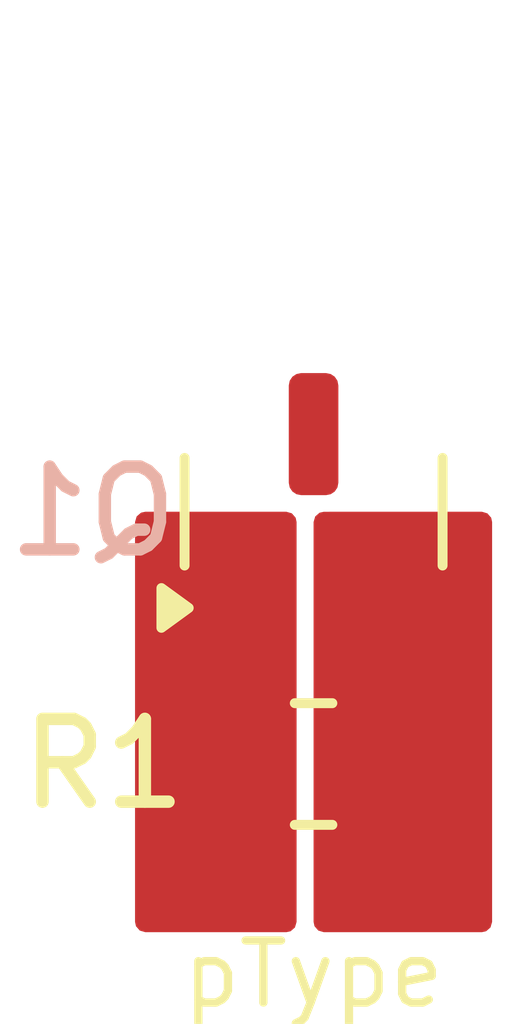
<source format=kicad_pcb>
(kicad_pcb (version 20240108) (generator "pcbnew") (generator_version "8.0")
  (layers (0 "F.Cu" signal) (31 "B.Cu" signal) (34 "B.Paste" user) (35 "F.Paste" user) (36 "B.SilkS" user "B.Silkscreen") (37 "F.SilkS" user "F.Silkscreen") (38 "B.Mask" user) (39 "F.Mask" user) (44 "Edge.Cuts" user))
  (net 0 "")
  (net 1 "/Output")
  (net 2 "/Input")
  (net 3 "VDC")
  (footprint "Package_TO_SOT_SMD:SOT-23" (layer "F.Cu") (at 20.701 19.685 90)
    (property "Reference" "Q1" (at 0 -2.667 0) (layer "B.SilkS") (effects (justify mirror)))
    (property "Value" "BC807")
    (fp_line (start 0 -1.56) (end 0.65 -1.56) (stroke (width 0.12)) (layer "F.SilkS"))
    (fp_line (start 0 -1.56) (end -0.65 -1.56) (stroke (width 0.12)) (layer "F.SilkS"))
    (fp_line (start 0 1.56) (end 0.65 1.56) (stroke (width 0.12)) (layer "F.SilkS"))
    (fp_line (start 0 1.56) (end -0.65 1.56) (stroke (width 0.12)) (layer "F.SilkS"))
    (fp_poly (pts (xy -1.1625 -1.51) (xy -1.4025 -1.84) (xy -0.9225 -1.84) (xy -1.1625 -1.51)) (stroke (width 0.12)) (fill solid) (layer "F.SilkS"))
    (pad "1" smd roundrect (at -0.9375 -0.95 90) (size 1.475 0.6) (layers "F.Cu" "F.Paste" "F.Mask") (net 2 "/Input"))
    (pad "2" smd roundrect (at -0.9375 0.95 90) (size 1.475 0.6) (layers "F.Cu" "F.Paste" "F.Mask") (net 3 "VDC"))
    (pad "3" smd roundrect (at 0.9375 0 90) (size 1.475 0.6) (layers "F.Cu" "F.Paste" "F.Mask") (net 1 "/Output"))
  )
  (footprint "Resistor_SMD:R_0805_2012Metric" (layer "F.Cu") (at 20.701 22.733 180)
    (property "Reference" "R1" (at 2.54 0 0) (layer "F.SilkS"))
    (property "Value" "10k")
    (fp_line (start -0.227064 0.735) (end 0.227064 0.735) (stroke (width 0.12)) (layer "F.SilkS"))
    (fp_line (start -0.227064 -0.735) (end 0.227064 -0.735) (stroke (width 0.12)) (layer "F.SilkS"))
    (pad "1" smd roundrect (at -0.9125 0 180) (size 1.025 1.4) (layers "F.Cu" "F.Paste" "F.Mask") (roundrect_rratio 0.243902) (net 3 "VDC"))
    (pad "2" smd roundrect (at 0.9125 0 180) (size 1.025 1.4) (layers "F.Cu" "F.Paste" "F.Mask") (roundrect_rratio 0.243902) (net 2 "/Input"))
  )
  (gr_text "pType" (at 20.701 25.273 0) (layer "F.SilkS") (effects (font (size 0.75 0.75) (thickness 0.1))))
  (segment (start 19.751 22.6955) (end 19.7885 22.733) (width 0.8) (layer "F.Cu") (net 2))
  (segment (start 19.751 20.6225) (end 19.751 22.6955) (width 0.8) (layer "F.Cu") (net 2))
  (segment (start 21.651 20.6225) (end 21.651 22.6955) (width 0.8) (layer "F.Cu") (net 3))
  (segment (start 21.651 22.6955) (end 21.6135 22.733) (width 0.8) (layer "F.Cu") (net 3))
  (zone (net 2) (net_name "/Input") (layer "F.Cu") (connect_pads yes (clearance 0)) (min_thickness 0.25) (fill yes (thermal_gap 0.5) (thermal_bridge_width 0.5))
    (polygon (pts (xy 18.542 24.765) (xy 18.542 19.685) (xy 20.701 19.685) (xy 20.701 24.765)))
  )
  (zone (net 3) (net_name "VDC") (layer "F.Cu") (connect_pads yes (clearance 0)) (min_thickness 0.25) (fill yes (thermal_gap 0.5) (thermal_bridge_width 0.5))
    (polygon (pts (xy 20.701 24.765) (xy 20.701 19.685) (xy 22.86 19.685) (xy 22.86 24.765)))
  )
)
</source>
